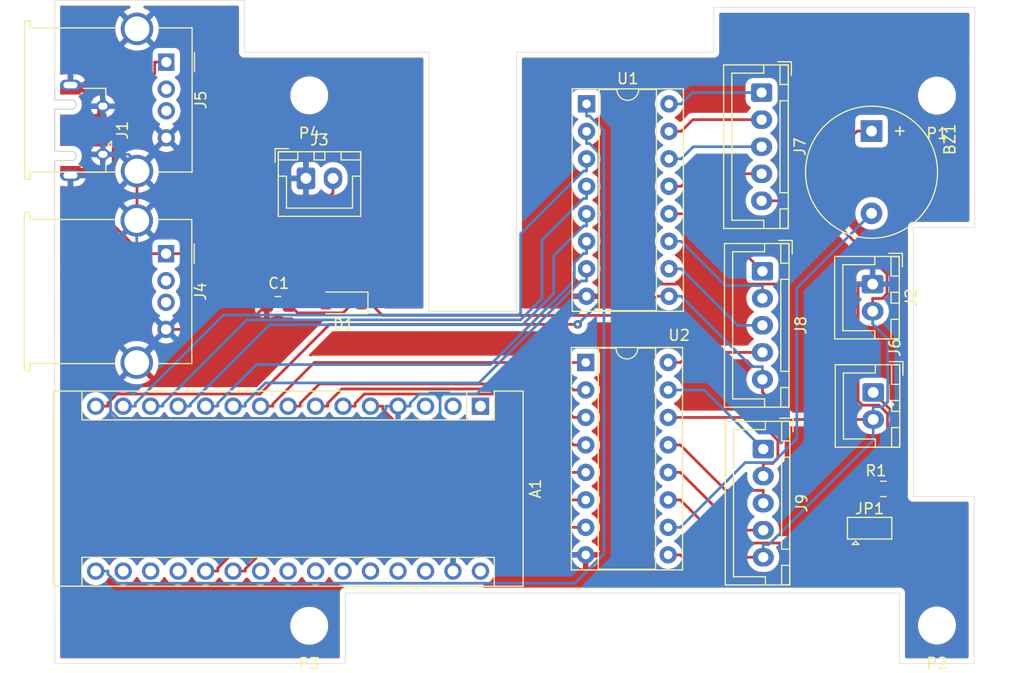
<source format=kicad_pcb>
(kicad_pcb (version 20200724) (host pcbnew "5.99.0-unknown-87ebd34~102~ubuntu20.04.1")
  (title_block (title "Mini Hematology Lab - Motor controller") (date "2021-08-25") (rev "V1"))
  (layers (0 "F.Cu" signal) (31 "B.Cu" signal) (34 "B.Paste" user) (35 "F.Paste" user) (36 "B.SilkS" user) (37 "F.SilkS" user) (38 "B.Mask" user) (39 "F.Mask" user) (44 "Edge.Cuts" user))
  (net 0 "")
  (net 1 "/D13")
  (net 2 "/D12")
  (net 3 "Net-(A1-Pad30)")
  (net 4 "/D11")
  (net 5 "GND")
  (net 6 "/D10")
  (net 7 "Net-(A1-Pad28)")
  (net 8 "/D9")
  (net 9 "Net-(A1-Pad27)")
  (net 10 "/D8")
  (net 11 "Net-(A1-Pad26)")
  (net 12 "/D7")
  (net 13 "Net-(A1-Pad25)")
  (net 14 "/D6")
  (net 15 "Net-(A1-Pad24)")
  (net 16 "/D5")
  (net 17 "Net-(A1-Pad23)")
  (net 18 "/D4")
  (net 19 "Net-(A1-Pad22)")
  (net 20 "/D3")
  (net 21 "/D15_A1")
  (net 22 "/D2")
  (net 23 "/D16_A2")
  (net 24 "Net-(A1-Pad19)")
  (net 25 "Net-(A1-Pad3)")
  (net 26 "Net-(A1-Pad18)")
  (net 27 "Net-(A1-Pad2)")
  (net 28 "Net-(A1-Pad17)")
  (net 29 "Net-(A1-Pad1)")
  (net 30 "/BEEP")
  (net 31 "+5V")
  (net 32 "Net-(D1-Pad2)")
  (net 33 "Net-(J1-Pad2)")
  (net 34 "Net-(J1-Pad3)")
  (net 35 "Net-(J1-Pad4)")
  (net 36 "Net-(J4-Pad3)")
  (net 37 "Net-(J4-Pad2)")
  (net 38 "Net-(J6-Pad1)")
  (net 39 "Net-(J7-Pad4)")
  (net 40 "Net-(J7-Pad3)")
  (net 41 "Net-(J7-Pad2)")
  (net 42 "Net-(J7-Pad1)")
  (net 43 "Net-(J8-Pad4)")
  (net 44 "Net-(J8-Pad3)")
  (net 45 "Net-(J8-Pad2)")
  (net 46 "Net-(J8-Pad1)")
  (net 47 "Net-(J9-Pad4)")
  (net 48 "Net-(J9-Pad3)")
  (net 49 "Net-(J9-Pad2)")
  (net 50 "Net-(J9-Pad1)")
  (net 51 "Net-(JP1-Pad2)")
  (net 52 "/LED")
  (net 53 "Net-(J5-Pad3)")
  (net 54 "Net-(J5-Pad2)")
  (module "Capacitor_SMD:C_0805_2012Metric_Pad1.15x1.40mm_HandSolder" (layer "F.Cu") (at 73.2282 61.3918 180)
    (fp_text reference "C1" (at -0.0762 1.9304) (layer "F.SilkS"))
    (fp_text value "10nF")
    (pad "1" smd roundrect (at -1.025 0 180) (size 1.15 1.4) (layers "F.Cu" "F.Paste" "F.Mask") (roundrect_rratio 0.2173913043478261) (net 31 "+5V"))
    (pad "2" smd roundrect (at 1.025 0 180) (size 1.15 1.4) (layers "F.Cu" "F.Paste" "F.Mask") (roundrect_rratio 0.2173913043478261) (net 5 "GND"))
  )
  (module "Connector_USB:USB_A_Molex_67643_Horizontal" (layer "F.Cu") (at 62.9158 39.0144 -90)
    (fp_text reference "J5" (at 3.5 -3.19 90) (layer "F.SilkS"))
    (fp_text value "USB_A")
    (pad "1" thru_hole rect (at 0 0 270) (size 1.6 1.5) (drill 0.95) (layers *.Cu *.Mask) (net 31 "+5V"))
    (pad "2" thru_hole circle (at 2.5 0 270) (size 1.6 1.6) (drill 0.95) (layers *.Cu *.Mask) (net 54 "Net-(J5-Pad2)"))
    (pad "3" thru_hole circle (at 4.5 0 270) (size 1.6 1.6) (drill 0.95) (layers *.Cu *.Mask) (net 53 "Net-(J5-Pad3)"))
    (pad "4" thru_hole circle (at 7 0 270) (size 1.6 1.6) (drill 0.95) (layers *.Cu *.Mask) (net 5 "GND"))
    (pad "5" thru_hole circle (at -3.07 2.71 270) (size 3 3) (drill 2.3) (layers *.Cu *.Mask) (net 5 "GND"))
    (pad "5" thru_hole circle (at 10.07 2.71 270) (size 3 3) (drill 2.3) (layers *.Cu *.Mask) (net 5 "GND"))
  )
  (module "Module:Arduino_Nano" (layer "F.Cu") (at 91.948 70.8152 -90)
    (fp_text reference "A1" (at 7.62 -5.08 90) (layer "F.SilkS"))
    (fp_text value "Arduino_Nano_v3.x")
    (pad "1" thru_hole rect (at 0 0 270) (size 1.6 1.6) (drill 1) (layers *.Cu *.Mask) (net 29 "Net-(A1-Pad1)"))
    (pad "2" thru_hole oval (at 0 2.54 270) (size 1.6 1.6) (drill 1) (layers *.Cu *.Mask) (net 27 "Net-(A1-Pad2)"))
    (pad "3" thru_hole oval (at 0 5.08 270) (size 1.6 1.6) (drill 1) (layers *.Cu *.Mask) (net 25 "Net-(A1-Pad3)"))
    (pad "4" thru_hole oval (at 0 7.62 270) (size 1.6 1.6) (drill 1) (layers *.Cu *.Mask) (net 5 "GND"))
    (pad "5" thru_hole oval (at 0 10.16 270) (size 1.6 1.6) (drill 1) (layers *.Cu *.Mask) (net 22 "/D2"))
    (pad "6" thru_hole oval (at 0 12.7 270) (size 1.6 1.6) (drill 1) (layers *.Cu *.Mask) (net 20 "/D3"))
    (pad "7" thru_hole oval (at 0 15.24 270) (size 1.6 1.6) (drill 1) (layers *.Cu *.Mask) (net 18 "/D4"))
    (pad "8" thru_hole oval (at 0 17.78 270) (size 1.6 1.6) (drill 1) (layers *.Cu *.Mask) (net 16 "/D5"))
    (pad "9" thru_hole oval (at 0 20.32 270) (size 1.6 1.6) (drill 1) (layers *.Cu *.Mask) (net 14 "/D6"))
    (pad "10" thru_hole oval (at 0 22.86 270) (size 1.6 1.6) (drill 1) (layers *.Cu *.Mask) (net 12 "/D7"))
    (pad "11" thru_hole oval (at 0 25.4 270) (size 1.6 1.6) (drill 1) (layers *.Cu *.Mask) (net 10 "/D8"))
    (pad "12" thru_hole oval (at 0 27.94 270) (size 1.6 1.6) (drill 1) (layers *.Cu *.Mask) (net 8 "/D9"))
    (pad "13" thru_hole oval (at 0 30.48 270) (size 1.6 1.6) (drill 1) (layers *.Cu *.Mask) (net 6 "/D10"))
    (pad "14" thru_hole oval (at 0 33.02 270) (size 1.6 1.6) (drill 1) (layers *.Cu *.Mask) (net 4 "/D11"))
    (pad "15" thru_hole oval (at 0 35.56 270) (size 1.6 1.6) (drill 1) (layers *.Cu *.Mask) (net 2 "/D12"))
    (pad "16" thru_hole oval (at 15.24 35.56 270) (size 1.6 1.6) (drill 1) (layers *.Cu *.Mask) (net 1 "/D13"))
    (pad "17" thru_hole oval (at 15.24 33.02 270) (size 1.6 1.6) (drill 1) (layers *.Cu *.Mask) (net 28 "Net-(A1-Pad17)"))
    (pad "18" thru_hole oval (at 15.24 30.48 270) (size 1.6 1.6) (drill 1) (layers *.Cu *.Mask) (net 26 "Net-(A1-Pad18)"))
    (pad "19" thru_hole oval (at 15.24 27.94 270) (size 1.6 1.6) (drill 1) (layers *.Cu *.Mask) (net 24 "Net-(A1-Pad19)"))
    (pad "20" thru_hole oval (at 15.24 25.4 270) (size 1.6 1.6) (drill 1) (layers *.Cu *.Mask) (net 21 "/D15_A1"))
    (pad "21" thru_hole oval (at 15.24 22.86 270) (size 1.6 1.6) (drill 1) (layers *.Cu *.Mask) (net 23 "/D16_A2"))
    (pad "22" thru_hole oval (at 15.24 20.32 270) (size 1.6 1.6) (drill 1) (layers *.Cu *.Mask) (net 19 "Net-(A1-Pad22)"))
    (pad "23" thru_hole oval (at 15.24 17.78 270) (size 1.6 1.6) (drill 1) (layers *.Cu *.Mask) (net 17 "Net-(A1-Pad23)"))
    (pad "24" thru_hole oval (at 15.24 15.24 270) (size 1.6 1.6) (drill 1) (layers *.Cu *.Mask) (net 15 "Net-(A1-Pad24)"))
    (pad "25" thru_hole oval (at 15.24 12.7 270) (size 1.6 1.6) (drill 1) (layers *.Cu *.Mask) (net 13 "Net-(A1-Pad25)"))
    (pad "26" thru_hole oval (at 15.24 10.16 270) (size 1.6 1.6) (drill 1) (layers *.Cu *.Mask) (net 11 "Net-(A1-Pad26)"))
    (pad "27" thru_hole oval (at 15.24 7.62 270) (size 1.6 1.6) (drill 1) (layers *.Cu *.Mask) (net 9 "Net-(A1-Pad27)"))
    (pad "28" thru_hole oval (at 15.24 5.08 270) (size 1.6 1.6) (drill 1) (layers *.Cu *.Mask) (net 7 "Net-(A1-Pad28)"))
    (pad "29" thru_hole oval (at 15.24 2.54 270) (size 1.6 1.6) (drill 1) (layers *.Cu *.Mask) (net 5 "GND"))
    (pad "30" thru_hole oval (at 15.24 0 270) (size 1.6 1.6) (drill 1) (layers *.Cu *.Mask) (net 3 "Net-(A1-Pad30)"))
  )
  (module "Package_DIP:DIP-16_W7.62mm_Socket" (layer "F.Cu") (at 101.676 66.7766)
    (fp_text reference "U2" (at 8.636 -2.5146) (layer "F.SilkS"))
    (fp_text value "ULN2003A")
    (pad "1" thru_hole rect (at 0 0) (size 1.6 1.6) (drill 0.8) (layers *.Cu *.Mask) (net 14 "/D6"))
    (pad "2" thru_hole oval (at 0 2.54) (size 1.6 1.6) (drill 0.8) (layers *.Cu *.Mask) (net 16 "/D5"))
    (pad "3" thru_hole oval (at 0 5.08) (size 1.6 1.6) (drill 0.8) (layers *.Cu *.Mask) (net 18 "/D4"))
    (pad "4" thru_hole oval (at 0 7.62) (size 1.6 1.6) (drill 0.8) (layers *.Cu *.Mask) (net 20 "/D3"))
    (pad "5" thru_hole oval (at 0 10.16) (size 1.6 1.6) (drill 0.8) (layers *.Cu *.Mask) (net 22 "/D2"))
    (pad "6" thru_hole oval (at 0 12.7) (size 1.6 1.6) (drill 0.8) (layers *.Cu *.Mask) (net 21 "/D15_A1"))
    (pad "7" thru_hole oval (at 0 15.24) (size 1.6 1.6) (drill 0.8) (layers *.Cu *.Mask) (net 23 "/D16_A2"))
    (pad "8" thru_hole oval (at 0 17.78) (size 1.6 1.6) (drill 0.8) (layers *.Cu *.Mask) (net 5 "GND"))
    (pad "9" thru_hole oval (at 7.62 17.78) (size 1.6 1.6) (drill 0.8) (layers *.Cu *.Mask) (net 31 "+5V"))
    (pad "10" thru_hole oval (at 7.62 15.24) (size 1.6 1.6) (drill 0.8) (layers *.Cu *.Mask) (net 30 "/BEEP"))
    (pad "11" thru_hole oval (at 7.62 12.7) (size 1.6 1.6) (drill 0.8) (layers *.Cu *.Mask) (net 52 "/LED"))
    (pad "12" thru_hole oval (at 7.62 10.16) (size 1.6 1.6) (drill 0.8) (layers *.Cu *.Mask) (net 47 "Net-(J9-Pad4)"))
    (pad "13" thru_hole oval (at 7.62 7.62) (size 1.6 1.6) (drill 0.8) (layers *.Cu *.Mask) (net 48 "Net-(J9-Pad3)"))
    (pad "14" thru_hole oval (at 7.62 5.08) (size 1.6 1.6) (drill 0.8) (layers *.Cu *.Mask) (net 49 "Net-(J9-Pad2)"))
    (pad "15" thru_hole oval (at 7.62 2.54) (size 1.6 1.6) (drill 0.8) (layers *.Cu *.Mask) (net 50 "Net-(J9-Pad1)"))
    (pad "16" thru_hole oval (at 7.62 0) (size 1.6 1.6) (drill 0.8) (layers *.Cu *.Mask) (net 43 "Net-(J8-Pad4)"))
  )
  (module "Connector_JST:JST_XH_B5B-XH-A_1x05_P2.50mm_Vertical" (layer "F.Cu") (at 118.085 74.7776 -90)
    (fp_text reference "J9" (at 5 -3.55 90) (layer "F.SilkS"))
    (fp_text value "Conn_01x05_Male")
    (pad "1" thru_hole roundrect (at 0 0 270) (size 1.7 1.95) (drill 0.95) (layers *.Cu *.Mask) (roundrect_rratio 0.1470588235294118) (net 50 "Net-(J9-Pad1)"))
    (pad "2" thru_hole oval (at 2.5 0 270) (size 1.7 1.95) (drill 0.95) (layers *.Cu *.Mask) (net 49 "Net-(J9-Pad2)"))
    (pad "3" thru_hole oval (at 5 0 270) (size 1.7 1.95) (drill 0.95) (layers *.Cu *.Mask) (net 48 "Net-(J9-Pad3)"))
    (pad "4" thru_hole oval (at 7.5 0 270) (size 1.7 1.95) (drill 0.95) (layers *.Cu *.Mask) (net 47 "Net-(J9-Pad4)"))
    (pad "5" thru_hole oval (at 10 0 270) (size 1.7 1.95) (drill 0.95) (layers *.Cu *.Mask) (net 31 "+5V"))
  )
  (module "Jumper:SolderJumper-3_P1.3mm_Open_Pad1.0x1.5mm" (layer "F.Cu") (at 127.914 82.0928)
    (fp_text reference "JP1" (at 0 -1.8) (layer "F.SilkS"))
    (fp_text value "SolderJumper_3_Open")
    (pad "1" smd rect (at -1.3 0) (size 1 1.5) (layers "F.Cu" "F.Mask") (net 5 "GND"))
    (pad "2" smd rect (at 0 0) (size 1 1.5) (layers "F.Cu" "F.Mask") (net 51 "Net-(JP1-Pad2)"))
    (pad "3" smd rect (at 1.3 0) (size 1 1.5) (layers "F.Cu" "F.Mask") (net 52 "/LED"))
  )
  (module "Connector_JST:JST_XH_B5B-XH-A_1x05_P2.50mm_Vertical" (layer "F.Cu") (at 117.932 41.8338 -90)
    (fp_text reference "J7" (at 5 -3.55 90) (layer "F.SilkS"))
    (fp_text value "Conn_01x05_Male")
    (pad "1" thru_hole roundrect (at 0 0 270) (size 1.7 1.95) (drill 0.95) (layers *.Cu *.Mask) (roundrect_rratio 0.1470588235294118) (net 42 "Net-(J7-Pad1)"))
    (pad "2" thru_hole oval (at 2.5 0 270) (size 1.7 1.95) (drill 0.95) (layers *.Cu *.Mask) (net 41 "Net-(J7-Pad2)"))
    (pad "3" thru_hole oval (at 5 0 270) (size 1.7 1.95) (drill 0.95) (layers *.Cu *.Mask) (net 40 "Net-(J7-Pad3)"))
    (pad "4" thru_hole oval (at 7.5 0 270) (size 1.7 1.95) (drill 0.95) (layers *.Cu *.Mask) (net 39 "Net-(J7-Pad4)"))
    (pad "5" thru_hole oval (at 10 0 270) (size 1.7 1.95) (drill 0.95) (layers *.Cu *.Mask) (net 31 "+5V"))
  )
  (module "MountingHole:MountingHole_2.5mm" (layer "F.Cu") (at 134.137 42.1132 180)
    (fp_text reference "P1" (at 0 -3.5) (layer "F.SilkS"))
    (fp_text value "MountingHole_2.5mm")
    (pad "1" np_thru_hole circle (at 0 0 180) (size 2.5 2.5) (drill 2.5) (layers *.Cu *.Mask))
  )
  (module "Connector_JST:JST_XH_B2B-XH-A_1x02_P2.50mm_Vertical" (layer "F.Cu") (at 128.245 69.5452 -90)
    (fp_text reference "J6" (at -4.1402 -2.0066 90) (layer "F.SilkS"))
    (fp_text value "Conn_01x02_Male")
    (pad "1" thru_hole roundrect (at 0 0 270) (size 1.7 2) (drill 1) (layers *.Cu *.Mask) (roundrect_rratio 0.1470588235294118) (net 38 "Net-(J6-Pad1)"))
    (pad "2" thru_hole oval (at 2.5 0 270) (size 1.7 2) (drill 1) (layers *.Cu *.Mask) (net 31 "+5V"))
  )
  (module "Connector_USB:USB_Micro-AB_Molex_47590-0001" (layer "F.Cu") (at 54.0512 45.3136 -90)
    (fp_text reference "J1" (at 0 -4.8 -90) (layer "F.SilkS"))
    (fp_text value "USB_B_Micro")
    (fp_line (start -2.8 -0.125) (end -2.8 1.45) (layer "Edge.Cuts") (width 0.1))
    (fp_line (start -3.75 1.45) (end -2.8 1.45) (layer "Edge.Cuts") (width 0.1))
    (fp_line (start 2.8 -0.125) (end 2.8 1.45) (layer "Edge.Cuts") (width 0.1))
    (fp_line (start -1.95 1.45) (end 1.95 1.45) (layer "Edge.Cuts") (width 0.1))
    (fp_line (start 1.95 -0.125) (end 1.95 1.45) (layer "Edge.Cuts") (width 0.1))
    (fp_line (start -1.95 -0.125) (end -1.95 1.45) (layer "Edge.Cuts") (width 0.1))
    (fp_line (start 2.8 1.45) (end 3.75 1.45) (layer "Edge.Cuts") (width 0.1))
    (fp_arc (start -2.375 -0.125) (end -2.8 -0.125) (angle 180) (layer "Edge.Cuts") (width 0.1))
    (fp_arc (start 2.375 -0.125) (end 1.95 -0.125) (angle 180) (layer "Edge.Cuts") (width 0.1))
    (pad "1" smd rect (at 1.3 -2.675 270) (size 0.4 1.35) (layers "F.Cu" "F.Paste" "F.Mask") (net 31 "+5V"))
    (pad "2" smd rect (at 0.65 -2.675 270) (size 0.4 1.35) (layers "F.Cu" "F.Paste" "F.Mask") (net 33 "Net-(J1-Pad2)"))
    (pad "3" smd rect (at 0 -2.675 270) (size 0.4 1.35) (layers "F.Cu" "F.Paste" "F.Mask") (net 34 "Net-(J1-Pad3)"))
    (pad "4" smd rect (at -0.65 -2.675 270) (size 0.4 1.35) (layers "F.Cu" "F.Paste" "F.Mask") (net 35 "Net-(J1-Pad4)"))
    (pad "5" smd rect (at -1.3 -2.675 270) (size 0.4 1.35) (layers "F.Cu" "F.Paste" "F.Mask") (net 5 "GND"))
    (pad "6" thru_hole oval (at 4.175 0 270) (size 1 1.9) (drill oval 0.6 1.3) (layers *.Cu *.Mask) (net 5 "GND"))
    (pad "6" thru_hole oval (at -4.175 0 270) (size 1 1.9) (drill oval 0.6 1.3) (layers *.Cu *.Mask) (net 5 "GND"))
    (pad "6" thru_hole oval (at -2.225 -3 270) (size 1.05 1.25) (drill oval 0.65 0.85) (layers *.Cu *.Mask) (net 5 "GND"))
    (pad "6" smd rect (at 0 0 270) (size 2.9 1.9) (layers "F.Cu" "F.Paste" "F.Mask") (net 5 "GND"))
    (pad "6" thru_hole oval (at 2.225 -3 270) (size 1.05 1.25) (drill oval 0.65 0.85) (layers *.Cu *.Mask) (net 5 "GND"))
    (pad "6" smd rect (at -3.7375 0 270) (size 0.875 1.9) (layers "F.Cu" "F.Mask") (net 5 "GND"))
    (pad "6" smd rect (at 3.7375 0 270) (size 0.875 1.9) (layers "F.Cu" "F.Mask") (net 5 "GND"))
  )
  (module "Resistor_SMD:R_0805_2012Metric_Pad1.15x1.40mm_HandSolder" (layer "F.Cu") (at 129.184 78.4606 180)
    (fp_text reference "R1" (at 0.6858 1.6764) (layer "F.SilkS"))
    (fp_text value "60R")
    (pad "1" smd roundrect (at -1.025 0 180) (size 1.15 1.4) (layers "F.Cu" "F.Paste" "F.Mask") (roundrect_rratio 0.2173913043478261) (net 38 "Net-(J6-Pad1)"))
    (pad "2" smd roundrect (at 1.025 0 180) (size 1.15 1.4) (layers "F.Cu" "F.Paste" "F.Mask") (roundrect_rratio 0.2173913043478261) (net 51 "Net-(JP1-Pad2)"))
  )
  (module "MountingHole:MountingHole_2.5mm" (layer "F.Cu") (at 76.1238 91.1098 180)
    (fp_text reference "P3" (at 0 -3.5) (layer "F.SilkS"))
    (fp_text value "MountingHole_2.5mm")
    (pad "1" np_thru_hole circle (at 0 0 180) (size 2.5 2.5) (drill 2.5) (layers *.Cu *.Mask))
  )
  (module "Connector_JST:JST_XH_B5B-XH-A_1x05_P2.50mm_Vertical" (layer "F.Cu") (at 118.008 58.3438 -90)
    (fp_text reference "J8" (at 5 -3.55 90) (layer "F.SilkS"))
    (fp_text value "Conn_01x05_Male")
    (pad "1" thru_hole roundrect (at 0 0 270) (size 1.7 1.95) (drill 0.95) (layers *.Cu *.Mask) (roundrect_rratio 0.1470588235294118) (net 46 "Net-(J8-Pad1)"))
    (pad "2" thru_hole oval (at 2.5 0 270) (size 1.7 1.95) (drill 0.95) (layers *.Cu *.Mask) (net 45 "Net-(J8-Pad2)"))
    (pad "3" thru_hole oval (at 5 0 270) (size 1.7 1.95) (drill 0.95) (layers *.Cu *.Mask) (net 44 "Net-(J8-Pad3)"))
    (pad "4" thru_hole oval (at 7.5 0 270) (size 1.7 1.95) (drill 0.95) (layers *.Cu *.Mask) (net 43 "Net-(J8-Pad4)"))
    (pad "5" thru_hole oval (at 10 0 270) (size 1.7 1.95) (drill 0.95) (layers *.Cu *.Mask) (net 31 "+5V"))
  )
  (module "MountingHole:MountingHole_2.5mm" (layer "F.Cu") (at 76.1238 42.0878 180)
    (fp_text reference "P4" (at 0 -3.5) (layer "F.SilkS"))
    (fp_text value "MountingHole_2.5mm")
    (pad "1" np_thru_hole circle (at 0 0 180) (size 2.5 2.5) (drill 2.5) (layers *.Cu *.Mask))
  )
  (module "Connector_USB:USB_A_Molex_67643_Horizontal" (layer "F.Cu") (at 62.8904 56.7182 -90)
    (fp_text reference "J4" (at 3.5 -3.19 90) (layer "F.SilkS"))
    (fp_text value "USB_A")
    (pad "1" thru_hole rect (at 0 0 270) (size 1.6 1.5) (drill 0.95) (layers *.Cu *.Mask) (net 31 "+5V"))
    (pad "2" thru_hole circle (at 2.5 0 270) (size 1.6 1.6) (drill 0.95) (layers *.Cu *.Mask) (net 37 "Net-(J4-Pad2)"))
    (pad "3" thru_hole circle (at 4.5 0 270) (size 1.6 1.6) (drill 0.95) (layers *.Cu *.Mask) (net 36 "Net-(J4-Pad3)"))
    (pad "4" thru_hole circle (at 7 0 270) (size 1.6 1.6) (drill 0.95) (layers *.Cu *.Mask) (net 5 "GND"))
    (pad "5" thru_hole circle (at -3.07 2.71 270) (size 3 3) (drill 2.3) (layers *.Cu *.Mask) (net 5 "GND"))
    (pad "5" thru_hole circle (at 10.07 2.71 270) (size 3 3) (drill 2.3) (layers *.Cu *.Mask) (net 5 "GND"))
  )
  (module "MountingHole:MountingHole_2.5mm" (layer "F.Cu") (at 134.137 91.0844 180)
    (fp_text reference "P2" (at 0 -3.5) (layer "F.SilkS"))
    (fp_text value "MountingHole_2.5mm")
    (pad "1" np_thru_hole circle (at 0 0 180) (size 2.5 2.5) (drill 2.5) (layers *.Cu *.Mask))
  )
  (module "Diode_SMD:D_SOD-123" (layer "F.Cu") (at 79.2988 61.2648 180)
    (fp_text reference "D1" (at 0 -2) (layer "F.SilkS"))
    (fp_text value "D_Schottky")
    (pad "1" smd rect (at -1.65 0 180) (size 0.9 1.2) (layers "F.Cu" "F.Paste" "F.Mask") (net 31 "+5V"))
    (pad "2" smd rect (at 1.65 0 180) (size 0.9 1.2) (layers "F.Cu" "F.Paste" "F.Mask") (net 32 "Net-(D1-Pad2)"))
  )
  (module "Package_DIP:DIP-16_W7.62mm_Socket" (layer "F.Cu") (at 101.752 42.8752)
    (fp_text reference "U1" (at 3.81 -2.33) (layer "F.SilkS"))
    (fp_text value "ULN2003A")
    (pad "1" thru_hole rect (at 0 0) (size 1.6 1.6) (drill 0.8) (layers *.Cu *.Mask) (net 1 "/D13"))
    (pad "2" thru_hole oval (at 0 2.54) (size 1.6 1.6) (drill 0.8) (layers *.Cu *.Mask) (net 2 "/D12"))
    (pad "3" thru_hole oval (at 0 5.08) (size 1.6 1.6) (drill 0.8) (layers *.Cu *.Mask) (net 4 "/D11"))
    (pad "4" thru_hole oval (at 0 7.62) (size 1.6 1.6) (drill 0.8) (layers *.Cu *.Mask) (net 6 "/D10"))
    (pad "5" thru_hole oval (at 0 10.16) (size 1.6 1.6) (drill 0.8) (layers *.Cu *.Mask) (net 8 "/D9"))
    (pad "6" thru_hole oval (at 0 12.7) (size 1.6 1.6) (drill 0.8) (layers *.Cu *.Mask) (net 10 "/D8"))
    (pad "7" thru_hole oval (at 0 15.24) (size 1.6 1.6) (drill 0.8) (layers *.Cu *.Mask) (net 12 "/D7"))
    (pad "8" thru_hole oval (at 0 17.78) (size 1.6 1.6) (drill 0.8) (layers *.Cu *.Mask) (net 5 "GND"))
    (pad "9" thru_hole oval (at 7.62 17.78) (size 1.6 1.6) (drill 0.8) (layers *.Cu *.Mask) (net 31 "+5V"))
    (pad "10" thru_hole oval (at 7.62 15.24) (size 1.6 1.6) (drill 0.8) (layers *.Cu *.Mask) (net 44 "Net-(J8-Pad3)"))
    (pad "11" thru_hole oval (at 7.62 12.7) (size 1.6 1.6) (drill 0.8) (layers *.Cu *.Mask) (net 45 "Net-(J8-Pad2)"))
    (pad "12" thru_hole oval (at 7.62 10.16) (size 1.6 1.6) (drill 0.8) (layers *.Cu *.Mask) (net 46 "Net-(J8-Pad1)"))
    (pad "13" thru_hole oval (at 7.62 7.62) (size 1.6 1.6) (drill 0.8) (layers *.Cu *.Mask) (net 39 "Net-(J7-Pad4)"))
    (pad "14" thru_hole oval (at 7.62 5.08) (size 1.6 1.6) (drill 0.8) (layers *.Cu *.Mask) (net 40 "Net-(J7-Pad3)"))
    (pad "15" thru_hole oval (at 7.62 2.54) (size 1.6 1.6) (drill 0.8) (layers *.Cu *.Mask) (net 41 "Net-(J7-Pad2)"))
    (pad "16" thru_hole oval (at 7.62 0) (size 1.6 1.6) (drill 0.8) (layers *.Cu *.Mask) (net 42 "Net-(J7-Pad1)"))
  )
  (module "Connector_JST:JST_XH_B2B-XH-A_1x02_P2.50mm_Vertical" (layer "F.Cu") (at 75.819 49.7586)
    (fp_text reference "J3" (at 1.25 -3.55) (layer "F.SilkS"))
    (fp_text value "Conn_01x02_Male")
    (pad "1" thru_hole roundrect (at 0 0) (size 1.7 2) (drill 1) (layers *.Cu *.Mask) (roundrect_rratio 0.1470588235294118) (net 5 "GND"))
    (pad "2" thru_hole oval (at 2.5 0) (size 1.7 2) (drill 1) (layers *.Cu *.Mask) (net 32 "Net-(D1-Pad2)"))
  )
  (module "Connector_JST:JST_XH_B2B-XH-A_1x02_P2.50mm_Vertical" (layer "F.Cu") (at 128.194 59.5376 -90)
    (fp_text reference "J2" (at 1.25 -3.55 90) (layer "F.SilkS"))
    (fp_text value "Conn_01x02_Male")
    (pad "1" thru_hole roundrect (at 0 0 270) (size 1.7 2) (drill 1) (layers *.Cu *.Mask) (roundrect_rratio 0.1470588235294118) (net 5 "GND"))
    (pad "2" thru_hole oval (at 2.5 0 270) (size 1.7 2) (drill 1) (layers *.Cu *.Mask) (net 31 "+5V"))
  )
  (module "Buzzer_Beeper:Buzzer_12x9.5RM7.6" (layer "F.Cu") (at 128.092 45.3898 -90)
    (fp_text reference "BZ1" (at 0.762 -7.239 90) (layer "F.SilkS"))
    (fp_text value "Buzzer")
    (fp_text user "+" (at -0.01 -2.54 90) (layer "F.SilkS"))
    (pad "1" thru_hole rect (at 0 0 270) (size 2 2) (drill 1) (layers *.Cu *.Mask) (net 31 "+5V"))
    (pad "2" thru_hole circle (at 7.6 0 270) (size 2 2) (drill 1) (layers *.Cu *.Mask) (net 30 "/BEEP"))
  )
  (gr_line (start 95.2754 38.1) (end 95.2754 62.0522) (layer "Edge.Cuts") (width 0.05))
  (gr_line (start 52.6034 33.9852) (end 52.6034 33.2994) (layer "Edge.Cuts") (width 0.05))
  (gr_line (start 87.1728 62.0522) (end 87.1728 38.1) (layer "Edge.Cuts") (width 0.05))
  (gr_line (start 131.953 79.1464) (end 137.5156 79.1464) (layer "Edge.Cuts") (width 0.05))
  (gr_line (start 52.6034 94.615) (end 52.6012 49.0636) (layer "Edge.Cuts") (width 0.05))
  (gr_line (start 137.5664 79.1464) (end 137.5664 94.615) (layer "Edge.Cuts") (width 0.05))
  (gr_line (start 130.683 88.0872) (end 79.4512 88.0872) (layer "Edge.Cuts") (width 0.05))
  (gr_line (start 137.5664 94.615) (end 130.683 94.615) (layer "Edge.Cuts") (width 0.05))
  (gr_line (start 113.5126 33.9598) (end 137.6426 33.9598) (layer "Edge.Cuts") (width 0.05))
  (gr_line (start 87.1728 62.0522) (end 95.2754 62.0522) (layer "Edge.Cuts") (width 0.05))
  (gr_line (start 87.1728 38.1) (end 70.1294 38.1) (layer "Edge.Cuts") (width 0.05))
  (gr_line (start 137.6426 38.5318) (end 137.6426 54.2798) (layer "Edge.Cuts") (width 0.05))
  (gr_line (start 132.0038 54.2798) (end 131.953 54.2798) (layer "Edge.Cuts") (width 0.05))
  (gr_line (start 52.6034 38.5318) (end 52.6034 33.9852) (layer "Edge.Cuts") (width 0.05))
  (gr_line (start 113.5126 38.1) (end 113.5126 33.9598) (layer "Edge.Cuts") (width 0.05))
  (gr_line (start 70.1294 33.2994) (end 52.6034 33.2994) (layer "Edge.Cuts") (width 0.05))
  (gr_line (start 52.6034 38.6588) (end 52.6012 41.5636) (layer "Edge.Cuts") (width 0.05))
  (gr_line (start 137.6426 54.2798) (end 132.0038 54.2798) (layer "Edge.Cuts") (width 0.05))
  (gr_line (start 79.4512 88.0872) (end 79.4512 94.615) (layer "Edge.Cuts") (width 0.05))
  (gr_line (start 137.5156 79.1464) (end 137.5664 79.1464) (layer "Edge.Cuts") (width 0.05))
  (gr_line (start 70.1294 38.1) (end 70.1294 33.2994) (layer "Edge.Cuts") (width 0.05))
  (gr_line (start 131.953 54.2798) (end 131.953 79.1464) (layer "Edge.Cuts") (width 0.05))
  (gr_line (start 79.4512 94.615) (end 52.6034 94.615) (layer "Edge.Cuts") (width 0.05))
  (gr_line (start 137.6426 33.9598) (end 137.6426 38.5318) (layer "Edge.Cuts") (width 0.05))
  (gr_line (start 52.6034 38.6588) (end 52.6034 38.5318) (layer "Edge.Cuts") (width 0.05))
  (gr_line (start 130.683 94.615) (end 130.683 88.0872) (layer "Edge.Cuts") (width 0.05))
  (gr_line (start 95.2754 38.1) (end 113.5126 38.1) (layer "Edge.Cuts") (width 0.05))
  (segment (start 58.3572 87.1805) (end 57.5133 86.3366) (width 0.25) (layer "B.Cu") (net 1))
  (segment (start 56.388 86.0552) (end 57.5133 86.0552) (width 0.25) (layer "B.Cu") (net 1))
  (segment (start 100.6517 87.1805) (end 58.3572 87.1805) (width 0.25) (layer "B.Cu") (net 1))
  (segment (start 101.752 42.8752) (end 101.752 44.0005) (width 0.25) (layer "B.Cu") (net 1))
  (segment (start 103.3561 45.3233) (end 103.3561 84.4761) (width 0.25) (layer "B.Cu") (net 1))
  (segment (start 103.3561 84.4761) (end 100.6517 87.1805) (width 0.25) (layer "B.Cu") (net 1))
  (segment (start 101.752 44.0005) (end 102.0333 44.0005) (width 0.25) (layer "B.Cu") (net 1))
  (segment (start 102.0333 44.0005) (end 103.3561 45.3233) (width 0.25) (layer "B.Cu") (net 1))
  (segment (start 57.5133 86.3366) (end 57.5133 86.0552) (width 0.25) (layer "B.Cu") (net 1))
  (segment (start 71.5683 69.6899) (end 58.3572 69.6899) (width 0.25) (layer "F.Cu") (net 2))
  (segment (start 58.3572 69.6899) (end 57.5133 70.5338) (width 0.25) (layer "F.Cu") (net 2))
  (segment (start 57.5133 70.5338) (end 57.5133 70.8152) (width 0.25) (layer "F.Cu") (net 2))
  (segment (start 56.388 70.8152) (end 57.5133 70.8152) (width 0.25) (layer "F.Cu") (net 2))
  (segment (start 100.935 63.2538) (end 78.0044 63.2538) (width 0.25) (layer "F.Cu") (net 2))
  (segment (start 78.0044 63.2538) (end 71.5683 69.6899) (width 0.25) (layer "F.Cu") (net 2))
  (via (at 100.935 63.2538) (size 0.8) (layers "F.Cu" "B.Cu") (net 2))
  (segment (start 102.8983 61.2905) (end 100.935 63.2538) (width 0.25) (layer "B.Cu") (net 2))
  (segment (start 102.8983 47.4055) (end 102.8983 61.2905) (width 0.25) (layer "B.Cu") (net 2))
  (segment (start 102.0333 46.5405) (end 102.8983 47.4055) (width 0.25) (layer "B.Cu") (net 2))
  (segment (start 101.752 45.4152) (end 101.752 46.5405) (width 0.25) (layer "B.Cu") (net 2))
  (segment (start 101.752 46.5405) (end 102.0333 46.5405) (width 0.25) (layer "B.Cu") (net 2))
  (segment (start 101.4707 49.0805) (end 95.6651 54.8861) (width 0.25) (layer "B.Cu") (net 4))
  (segment (start 60.0533 70.5339) (end 60.0533 70.8152) (width 0.25) (layer "B.Cu") (net 4))
  (segment (start 68.1996 62.3876) (end 60.0533 70.5339) (width 0.25) (layer "B.Cu") (net 4))
  (segment (start 101.752 49.0805) (end 101.4707 49.0805) (width 0.25) (layer "B.Cu") (net 4))
  (segment (start 101.752 47.9552) (end 101.752 49.0805) (width 0.25) (layer "B.Cu") (net 4))
  (segment (start 95.4653 62.3876) (end 68.1996 62.3876) (width 0.25) (layer "B.Cu") (net 4))
  (segment (start 95.6651 62.1878) (end 95.4653 62.3876) (width 0.25) (layer "B.Cu") (net 4))
  (segment (start 95.6651 54.8861) (end 95.6651 62.1878) (width 0.25) (layer "B.Cu") (net 4))
  (segment (start 58.928 70.8152) (end 60.0533 70.8152) (width 0.25) (layer "B.Cu") (net 4))
  (segment (start 129.5704 74.4434) (end 126.614 77.3998) (width 0.25) (layer "F.Cu") (net 5))
  (segment (start 56.8009 43.9389) (end 56.7262 44.0136) (width 0.25) (layer "F.Cu") (net 5))
  (segment (start 60.2058 36.0592) (end 60.2058 35.9444) (width 0.25) (layer "F.Cu") (net 5))
  (segment (start 54.0512 49.0511) (end 55.3265 49.0511) (width 0.25) (layer "F.Cu") (net 5))
  (segment (start 60.1804 53.6482) (end 60.2058 53.6228) (width 0.25) (layer "F.Cu") (net 5))
  (segment (start 102.8773 60.6552) (end 104.0026 59.5299) (width 0.25) (layer "F.Cu") (net 5))
  (segment (start 55.3208 45.3136) (end 55.3208 44.4187) (width 0.25) (layer "F.Cu") (net 5))
  (segment (start 54.0512 49.0511) (end 54.0512 49.4886) (width 0.25) (layer "F.Cu") (net 5))
  (segment (start 126.614 77.3998) (end 126.614 82.0928) (width 0.25) (layer "F.Cu") (net 5))
  (segment (start 126.8425 59.5299) (end 126.8502 59.5376) (width 0.25) (layer "F.Cu") (net 5))
  (segment (start 129.5704 71.5075) (end 129.5704 74.4434) (width 0.25) (layer "F.Cu") (net 5))
  (segment (start 126.8502 59.5376) (end 128.194 59.5376) (width 0.25) (layer "F.Cu") (net 5))
  (segment (start 128.7845 70.7216) (end 129.5704 71.5075) (width 0.25) (layer "F.Cu") (net 5))
  (segment (start 57.0512 43.9389) (end 56.8009 43.9389) (width 0.25) (layer "F.Cu") (net 5))
  (segment (start 69.8768 63.7182) (end 72.2032 61.3918) (width 0.25) (layer "F.Cu") (net 5))
  (segment (start 104.0026 59.5299) (end 126.8425 59.5299) (width 0.25) (layer "F.Cu") (net 5))
  (segment (start 127.2393 70.7216) (end 128.7845 70.7216) (width 0.25) (layer "F.Cu") (net 5))
  (segment (start 60.2058 53.6228) (end 60.2058 49.0844) (width 0.25) (layer "F.Cu") (net 5))
  (segment (start 126.8502 70.3325) (end 127.2393 70.7216) (width 0.25) (layer "F.Cu") (net 5))
  (segment (start 126.8502 59.5376) (end 126.8502 70.3325) (width 0.25) (layer "F.Cu") (net 5))
  (segment (start 55.539 40.726) (end 60.2058 36.0592) (width 0.25) (layer "F.Cu") (net 5))
  (segment (start 54.6889 41.5761) (end 55.539 40.726) (width 0.25) (layer "F.Cu") (net 5))
  (segment (start 56.1009 47.5386) (end 55.3208 46.7585) (width 0.25) (layer "F.Cu") (net 5))
  (segment (start 55.539 40.726) (end 57.0512 42.2383) (width 0.25) (layer "F.Cu") (net 5))
  (segment (start 55.3208 44.4187) (end 55.7259 44.0136) (width 0.25) (layer "F.Cu") (net 5))
  (segment (start 54.0512 41.5761) (end 54.0512 41.1386) (width 0.25) (layer "F.Cu") (net 5))
  (segment (start 57.0512 47.5386) (end 56.1009 47.5386) (width 0.25) (layer "F.Cu") (net 5))
  (segment (start 101.752 60.6552) (end 102.8773 60.6552) (width 0.25) (layer "F.Cu") (net 5))
  (segment (start 55.3208 46.7585) (end 55.3208 45.3136) (width 0.25) (layer "F.Cu") (net 5))
  (segment (start 56.7262 44.0136) (end 55.7259 44.0136) (width 0.25) (layer "F.Cu") (net 5))
  (segment (start 54.0512 41.5761) (end 54.6889 41.5761) (width 0.25) (layer "F.Cu") (net 5))
  (segment (start 55.3208 45.3136) (end 54.0512 45.3136) (width 0.25) (layer "F.Cu") (net 5))
  (segment (start 55.3265 48.313) (end 56.1009 47.5386) (width 0.25) (layer "F.Cu") (net 5))
  (segment (start 55.3265 49.0511) (end 55.3265 48.313) (width 0.25) (layer "F.Cu") (net 5))
  (segment (start 57.0512 43.0886) (end 57.0512 42.2383) (width 0.25) (layer "F.Cu") (net 5))
  (segment (start 62.8904 63.7182) (end 69.8768 63.7182) (width 0.25) (layer "F.Cu") (net 5))
  (segment (start 57.0512 43.0886) (end 57.0512 43.9389) (width 0.25) (layer "F.Cu") (net 5))
  (segment (start 100.6267 60.6552) (end 91.592 69.6899) (width 0.25) (layer "B.Cu") (net 5))
  (segment (start 88.2174 69.6899) (end 88.2174 83.366) (width 0.25) (layer "B.Cu") (net 5))
  (segment (start 89.408 86.0552) (end 89.408 84.9299) (width 0.25) (layer "B.Cu") (net 5))
  (segment (start 60.1804 66.7882) (end 57.7568 69.2118) (width 0.25) (layer "B.Cu") (net 5))
  (segment (start 86.2972 69.6899) (end 85.4533 70.5338) (width 0.25) (layer "B.Cu") (net 5))
  (segment (start 66.66 49.7586) (end 62.9158 46.0144) (width 0.25) (layer "B.Cu") (net 5))
  (segment (start 60.6187 48.3115) (end 62.9158 46.0144) (width 0.25) (layer "B.Cu") (net 5))
  (segment (start 83.2027 71.0966) (end 83.2027 70.8152) (width 0.25) (layer "B.Cu") (net 5))
  (segment (start 84.328 70.8152) (end 85.4533 70.8152) (width 0.25) (layer "B.Cu") (net 5))
  (segment (start 60.1804 61.0082) (end 60.1804 53.6482) (width 0.25) (layer "B.Cu") (net 5))
  (segment (start 60.1804 66.4282) (end 60.1804 66.7882) (width 0.25) (layer "B.Cu") (net 5))
  (segment (start 101.676 84.5566) (end 100.5507 84.5566) (width 0.25) (layer "B.Cu") (net 5))
  (segment (start 85.4533 70.5338) (end 85.4533 70.8152) (width 0.25) (layer "B.Cu") (net 5))
  (segment (start 100.5507 84.5566) (end 89.408 84.5566) (width 0.25) (layer "B.Cu") (net 5))
  (segment (start 62.8904 63.7182) (end 60.1804 61.0082) (width 0.25) (layer "B.Cu") (net 5))
  (segment (start 58.4482 71.9405) (end 82.3588 71.9405) (width 0.25) (layer "B.Cu") (net 5))
  (segment (start 88.2174 69.6899) (end 86.2972 69.6899) (width 0.25) (layer "B.Cu") (net 5))
  (segment (start 89.408 84.5566) (end 89.408 84.9299) (width 0.25) (layer "B.Cu") (net 5))
  (segment (start 82.3588 71.9405) (end 83.2027 71.0966) (width 0.25) (layer "B.Cu") (net 5))
  (segment (start 60.2058 48.3115) (end 60.2058 49.0844) (width 0.25) (layer "B.Cu") (net 5))
  (segment (start 91.592 69.6899) (end 88.2174 69.6899) (width 0.25) (layer "B.Cu") (net 5))
  (segment (start 59.4329 47.5386) (end 60.2058 48.3115) (width 0.25) (layer "B.Cu") (net 5))
  (segment (start 62.8904 63.7182) (end 60.1804 66.4282) (width 0.25) (layer "B.Cu") (net 5))
  (segment (start 75.819 49.7586) (end 66.66 49.7586) (width 0.25) (layer "B.Cu") (net 5))
  (segment (start 101.752 60.6552) (end 100.6267 60.6552) (width 0.25) (layer "B.Cu") (net 5))
  (segment (start 84.328 70.8152) (end 83.2027 70.8152) (width 0.25) (layer "B.Cu") (net 5))
  (segment (start 57.7568 71.2491) (end 58.4482 71.9405) (width 0.25) (layer "B.Cu") (net 5))
  (segment (start 57.7568 69.2118) (end 57.7568 71.2491) (width 0.25) (layer "B.Cu") (net 5))
  (segment (start 57.0512 47.5386) (end 59.4329 47.5386) (width 0.25) (layer "B.Cu") (net 5))
  (segment (start 88.2174 83.366) (end 89.408 84.5566) (width 0.25) (layer "B.Cu") (net 5))
  (segment (start 60.2058 48.3115) (end 60.6187 48.3115) (width 0.25) (layer "B.Cu") (net 5))
  (segment (start 62.5933 70.8152) (end 62.5933 70.6107) (width 0.25) (layer "B.Cu") (net 6))
  (segment (start 97.632 55.4591) (end 101.4706 51.6205) (width 0.25) (layer "B.Cu") (net 6))
  (segment (start 95.6518 62.838) (end 97.632 60.8578) (width 0.25) (layer "B.Cu") (net 6))
  (segment (start 101.752 50.4952) (end 101.752 51.6205) (width 0.25) (layer "B.Cu") (net 6))
  (segment (start 62.5933 70.6107) (end 70.366 62.838) (width 0.25) (layer "B.Cu") (net 6))
  (segment (start 61.468 70.8152) (end 62.5933 70.8152) (width 0.25) (layer "B.Cu") (net 6))
  (segment (start 101.4706 51.6205) (end 101.752 51.6205) (width 0.25) (layer "B.Cu") (net 6))
  (segment (start 97.632 60.8578) (end 97.632 55.4591) (width 0.25) (layer "B.Cu") (net 6))
  (segment (start 70.366 62.838) (end 95.6518 62.838) (width 0.25) (layer "B.Cu") (net 6))
  (segment (start 95.8383 63.2884) (end 72.4556 63.2884) (width 0.25) (layer "B.Cu") (net 8))
  (segment (start 98.7211 56.9101) (end 98.7211 60.4056) (width 0.25) (layer "B.Cu") (net 8))
  (segment (start 65.1333 70.6107) (end 65.1333 70.8152) (width 0.25) (layer "B.Cu") (net 8))
  (segment (start 101.752 54.1605) (end 101.4707 54.1605) (width 0.25) (layer "B.Cu") (net 8))
  (segment (start 101.4707 54.1605) (end 98.7211 56.9101) (width 0.25) (layer "B.Cu") (net 8))
  (segment (start 98.7211 60.4056) (end 95.8383 63.2884) (width 0.25) (layer "B.Cu") (net 8))
  (segment (start 72.4556 63.2884) (end 65.1333 70.6107) (width 0.25) (layer "B.Cu") (net 8))
  (segment (start 64.008 70.8152) (end 65.1333 70.8152) (width 0.25) (layer "B.Cu") (net 8))
  (segment (start 101.752 53.0352) (end 101.752 54.1605) (width 0.25) (layer "B.Cu") (net 8))
  (segment (start 101.752 55.5752) (end 101.752 56.7005) (width 0.25) (layer "B.Cu") (net 10))
  (segment (start 67.6733 70.5339) (end 67.6733 70.8152) (width 0.25) (layer "B.Cu") (net 10))
  (segment (start 100.6267 57.5444) (end 100.6267 59.2106) (width 0.25) (layer "B.Cu") (net 10))
  (segment (start 66.548 70.8152) (end 67.6733 70.8152) (width 0.25) (layer "B.Cu") (net 10))
  (segment (start 101.752 56.7005) (end 101.4706 56.7005) (width 0.25) (layer "B.Cu") (net 10))
  (segment (start 92.8683 66.969) (end 71.2382 66.969) (width 0.25) (layer "B.Cu") (net 10))
  (segment (start 101.4706 56.7005) (end 100.6267 57.5444) (width 0.25) (layer "B.Cu") (net 10))
  (segment (start 100.6267 59.2106) (end 92.8683 66.969) (width 0.25) (layer "B.Cu") (net 10))
  (segment (start 71.2382 66.969) (end 67.6733 70.5339) (width 0.25) (layer "B.Cu") (net 10))
  (segment (start 101.752 58.1152) (end 101.752 59.2405) (width 0.25) (layer "B.Cu") (net 12))
  (segment (start 91.8096 68.6646) (end 72.0826 68.6646) (width 0.25) (layer "B.Cu") (net 12))
  (segment (start 101.752 59.2405) (end 101.2337 59.2405) (width 0.25) (layer "B.Cu") (net 12))
  (segment (start 70.2133 70.5339) (end 70.2133 70.8152) (width 0.25) (layer "B.Cu") (net 12))
  (segment (start 69.088 70.8152) (end 70.2133 70.8152) (width 0.25) (layer "B.Cu") (net 12))
  (segment (start 101.2337 59.2405) (end 91.8096 68.6646) (width 0.25) (layer "B.Cu") (net 12))
  (segment (start 72.0826 68.6646) (end 70.2133 70.5339) (width 0.25) (layer "B.Cu") (net 12))
  (segment (start 72.7533 70.6107) (end 76.5874 66.7766) (width 0.25) (layer "F.Cu") (net 14))
  (segment (start 71.628 70.8152) (end 72.7533 70.8152) (width 0.25) (layer "F.Cu") (net 14))
  (segment (start 76.5874 66.7766) (end 101.676 66.7766) (width 0.25) (layer "F.Cu") (net 14))
  (segment (start 72.7533 70.8152) (end 72.7533 70.6107) (width 0.25) (layer "F.Cu") (net 14))
  (segment (start 100.5507 69.3166) (end 99.9982 68.7641) (width 0.25) (layer "F.Cu") (net 16))
  (segment (start 77.0631 68.7641) (end 75.2933 70.5339) (width 0.25) (layer "F.Cu") (net 16))
  (segment (start 101.676 69.3166) (end 100.5507 69.3166) (width 0.25) (layer "F.Cu") (net 16))
  (segment (start 75.2933 70.5339) (end 75.2933 70.8152) (width 0.25) (layer "F.Cu") (net 16))
  (segment (start 99.9982 68.7641) (end 77.0631 68.7641) (width 0.25) (layer "F.Cu") (net 16))
  (segment (start 74.168 70.8152) (end 75.2933 70.8152) (width 0.25) (layer "F.Cu") (net 16))
  (segment (start 100.5507 71.8566) (end 97.9126 69.2185) (width 0.25) (layer "F.Cu") (net 18))
  (segment (start 77.8333 70.5339) (end 77.8333 70.8152) (width 0.25) (layer "F.Cu") (net 18))
  (segment (start 76.708 70.8152) (end 77.8333 70.8152) (width 0.25) (layer "F.Cu") (net 18))
  (segment (start 79.1487 69.2185) (end 77.8333 70.5339) (width 0.25) (layer "F.Cu") (net 18))
  (segment (start 101.676 71.8566) (end 100.5507 71.8566) (width 0.25) (layer "F.Cu") (net 18))
  (segment (start 97.9126 69.2185) (end 79.1487 69.2185) (width 0.25) (layer "F.Cu") (net 18))
  (segment (start 101.676 74.3966) (end 100.5507 74.3966) (width 0.25) (layer "F.Cu") (net 20))
  (segment (start 81.2172 69.6899) (end 80.3733 70.5338) (width 0.25) (layer "F.Cu") (net 20))
  (segment (start 95.844 69.6899) (end 81.2172 69.6899) (width 0.25) (layer "F.Cu") (net 20))
  (segment (start 79.248 70.8152) (end 80.3733 70.8152) (width 0.25) (layer "F.Cu") (net 20))
  (segment (start 80.3733 70.5338) (end 80.3733 70.8152) (width 0.25) (layer "F.Cu") (net 20))
  (segment (start 100.5507 74.3966) (end 95.844 69.6899) (width 0.25) (layer "F.Cu") (net 20))
  (segment (start 73.9706 79.4766) (end 67.6733 85.7739) (width 0.25) (layer "F.Cu") (net 21))
  (segment (start 101.676 79.4766) (end 73.9706 79.4766) (width 0.25) (layer "F.Cu") (net 21))
  (segment (start 66.548 86.0552) (end 67.6733 86.0552) (width 0.25) (layer "F.Cu") (net 21))
  (segment (start 67.6733 85.7739) (end 67.6733 86.0552) (width 0.25) (layer "F.Cu") (net 21))
  (segment (start 101.676 76.9366) (end 88.7534 76.9366) (width 0.25) (layer "F.Cu") (net 22))
  (segment (start 81.788 70.8152) (end 82.9133 70.8152) (width 0.25) (layer "F.Cu") (net 22))
  (segment (start 88.7534 76.9366) (end 82.9133 71.0965) (width 0.25) (layer "F.Cu") (net 22))
  (segment (start 82.9133 71.0965) (end 82.9133 70.8152) (width 0.25) (layer "F.Cu") (net 22))
  (segment (start 70.2133 86.0552) (end 70.2133 85.8507) (width 0.25) (layer "F.Cu") (net 23))
  (segment (start 74.0474 82.0166) (end 101.676 82.0166) (width 0.25) (layer "F.Cu") (net 23))
  (segment (start 69.088 86.0552) (end 70.2133 86.0552) (width 0.25) (layer "F.Cu") (net 23))
  (segment (start 70.2133 85.8507) (end 74.0474 82.0166) (width 0.25) (layer "F.Cu") (net 23))
  (segment (start 109.296 82.0166) (end 110.4213 82.0166) (width 0.25) (layer "B.Cu") (net 30))
  (segment (start 118.9827 76.0281) (end 116.4098 76.0281) (width 0.25) (layer "B.Cu") (net 30))
  (segment (start 128.092 52.9898) (end 121.1852 59.8966) (width 0.25) (layer "B.Cu") (net 30))
  (segment (start 121.1852 59.8966) (end 121.1852 73.8256) (width 0.25) (layer "B.Cu") (net 30))
  (segment (start 116.4098 76.0281) (end 110.4213 82.0166) (width 0.25) (layer "B.Cu") (net 30))
  (segment (start 121.1852 73.8256) (end 118.9827 76.0281) (width 0.25) (layer "B.Cu") (net 30))
  (segment (start 80.5612 61.2648) (end 80.9488 61.2648) (width 0.25) (layer "F.Cu") (net 31))
  (segment (start 126.7667 45.3898) (end 121.9698 50.1867) (width 0.25) (layer "F.Cu") (net 31))
  (segment (start 56.7262 46.6136) (end 57.7265 46.6136) (width 0.25) (layer "F.Cu") (net 31))
  (segment (start 121.9698 50.1867) (end 121.9698 51.0588) (width 0.25) (layer "F.Cu") (net 31))
  (segment (start 129.5252 58.6142) (end 129.5252 60.4126) (width 0.25) (layer "F.Cu") (net 31))
  (segment (start 82.8853 62.426) (end 106.4759 62.426) (width 0.25) (layer "F.Cu") (net 31))
  (segment (start 128.194 62.0376) (end 128.194 60.8623) (width 0.25) (layer "F.Cu") (net 31))
  (segment (start 57.7265 44.2037) (end 61.8405 40.0897) (width 0.25) (layer "F.Cu") (net 31))
  (segment (start 81.7241 61.2648) (end 82.8853 62.426) (width 0.25) (layer "F.Cu") (net 31))
  (segment (start 109.296 84.5566) (end 110.4213 84.5566) (width 0.25) (layer "F.Cu") (net 31))
  (segment (start 74.2532 61.3918) (end 69.5796 56.7182) (width 0.25) (layer "F.Cu") (net 31))
  (segment (start 80.9488 61.2648) (end 81.7241 61.2648) (width 0.25) (layer "F.Cu") (net 31))
  (segment (start 62.8904 56.7182) (end 60.6683 56.7182) (width 0.25) (layer "F.Cu") (net 31))
  (segment (start 118.008 68.3438) (end 118.008 69.5191) (width 0.25) (layer "F.Cu") (net 31))
  (segment (start 110.6423 84.7776) (end 110.4213 84.5566) (width 0.25) (layer "F.Cu") (net 31))
  (segment (start 128.245 72.0452) (end 120.5341 72.0452) (width 0.25) (layer "F.Cu") (net 31))
  (segment (start 117.932 51.8338) (end 121.1948 51.8338) (width 0.25) (layer "F.Cu") (net 31))
  (segment (start 69.5796 56.7182) (end 62.8904 56.7182) (width 0.25) (layer "F.Cu") (net 31))
  (segment (start 118.085 84.7776) (end 110.6423 84.7776) (width 0.25) (layer "F.Cu") (net 31))
  (segment (start 58.0019 46.889) (end 57.7265 46.6136) (width 0.25) (layer "F.Cu") (net 31))
  (segment (start 129.5252 60.4126) (end 129.0755 60.8623) (width 0.25) (layer "F.Cu") (net 31))
  (segment (start 61.8405 40.0897) (end 61.8405 39.0144) (width 0.25) (layer "F.Cu") (net 31))
  (segment (start 75.0516 62.1902) (end 74.2532 61.3918) (width 0.25) (layer "F.Cu") (net 31))
  (segment (start 129.0755 60.8623) (end 128.194 60.8623) (width 0.25) (layer "F.Cu") (net 31))
  (segment (start 120.5341 72.0452) (end 118.008 69.5191) (width 0.25) (layer "F.Cu") (net 31))
  (segment (start 109.372 60.6552) (end 108.2467 60.6552) (width 0.25) (layer "F.Cu") (net 31))
  (segment (start 106.4759 62.426) (end 108.2467 60.6552) (width 0.25) (layer "F.Cu") (net 31))
  (segment (start 62.9158 39.0144) (end 61.8405 39.0144) (width 0.25) (layer "F.Cu") (net 31))
  (segment (start 80.1735 61.2648) (end 79.2481 62.1902) (width 0.25) (layer "F.Cu") (net 31))
  (segment (start 121.9698 51.0588) (end 129.5252 58.6142) (width 0.25) (layer "F.Cu") (net 31))
  (segment (start 80.5612 61.2648) (end 80.1735 61.2648) (width 0.25) (layer "F.Cu") (net 31))
  (segment (start 128.092 45.3898) (end 126.7667 45.3898) (width 0.25) (layer "F.Cu") (net 31))
  (segment (start 79.2481 62.1902) (end 75.0516 62.1902) (width 0.25) (layer "F.Cu") (net 31))
  (segment (start 57.7265 46.6136) (end 57.7265 44.2037) (width 0.25) (layer "F.Cu") (net 31))
  (segment (start 60.6683 56.7182) (end 58.0019 54.0518) (width 0.25) (layer "F.Cu") (net 31))
  (segment (start 121.1948 51.8338) (end 121.9698 51.0588) (width 0.25) (layer "F.Cu") (net 31))
  (segment (start 58.0019 54.0518) (end 58.0019 46.889) (width 0.25) (layer "F.Cu") (net 31))
  (segment (start 118.085 84.7776) (end 118.085 83.6023) (width 0.25) (layer "B.Cu") (net 31))
  (segment (start 128.245 72.0452) (end 128.245 70.8699) (width 0.25) (layer "B.Cu") (net 31))
  (segment (start 118.008 68.3438) (end 118.008 67.1685) (width 0.25) (layer "B.Cu") (net 31))
  (segment (start 110.4973 60.6552) (end 117.0106 67.1685) (width 0.25) (layer "B.Cu") (net 31))
  (segment (start 129.1265 70.8699) (end 129.581 70.4154) (width 0.25) (layer "B.Cu") (net 31))
  (segment (start 117.0106 67.1685) (end 118.008 67.1685) (width 0.25) (layer "B.Cu") (net 31))
  (segment (start 118.5992 83.6023) (end 118.085 83.6023) (width 0.25) (layer "B.Cu") (net 31))
  (segment (start 129.581 70.4154) (end 129.581 64.5999) (width 0.25) (layer "B.Cu") (net 31))
  (segment (start 129.581 64.5999) (end 128.194 63.2129) (width 0.25) (layer "B.Cu") (net 31))
  (segment (start 109.372 60.6552) (end 110.4973 60.6552) (width 0.25) (layer "B.Cu") (net 31))
  (segment (start 128.194 62.0376) (end 128.194 63.2129) (width 0.25) (layer "B.Cu") (net 31))
  (segment (start 128.245 73.9565) (end 118.5992 83.6023) (width 0.25) (layer "B.Cu") (net 31))
  (segment (start 128.245 70.8699) (end 129.1265 70.8699) (width 0.25) (layer "B.Cu") (net 31))
  (segment (start 128.245 72.0452) (end 128.245 73.9565) (width 0.25) (layer "B.Cu") (net 31))
  (segment (start 78.319 49.7586) (end 78.319 51.0839) (width 0.25) (layer "F.Cu") (net 32))
  (segment (start 77.6488 61.2648) (end 77.6488 51.7541) (width 0.25) (layer "F.Cu") (net 32))
  (segment (start 77.6488 51.7541) (end 78.319 51.0839) (width 0.25) (layer "F.Cu") (net 32))
  (segment (start 130.209 78.4606) (end 130.209 71.5092) (width 0.25) (layer "F.Cu") (net 38))
  (segment (start 130.209 71.5092) (end 128.245 69.5452) (width 0.25) (layer "F.Cu") (net 38))
  (segment (start 111.6587 49.3338) (end 110.4973 50.4952) (width 0.25) (layer "F.Cu") (net 39))
  (segment (start 109.372 50.4952) (end 110.4973 50.4952) (width 0.25) (layer "F.Cu") (net 39))
  (segment (start 117.932 49.3338) (end 111.6587 49.3338) (width 0.25) (layer "F.Cu") (net 39))
  (segment (start 111.6187 46.8338) (end 110.4973 47.9552) (width 0.25) (layer "B.Cu") (net 40))
  (segment (start 109.372 47.9552) (end 110.4973 47.9552) (width 0.25) (layer "B.Cu") (net 40))
  (segment (start 117.932 46.8338) (end 111.6187 46.8338) (width 0.25) (layer "B.Cu") (net 40))
  (segment (start 111.5787 44.3338) (end 110.4973 45.4152) (width 0.25) (layer "F.Cu") (net 41))
  (segment (start 109.372 45.4152) (end 110.4973 45.4152) (width 0.25) (layer "F.Cu") (net 41))
  (segment (start 117.932 44.3338) (end 111.5787 44.3338) (width 0.25) (layer "F.Cu") (net 41))
  (segment (start 109.372 42.8752) (end 110.4973 42.8752) (width 0.25) (layer "B.Cu") (net 42))
  (segment (start 111.5387 41.8338) (end 110.4973 42.8752) (width 0.25) (layer "B.Cu") (net 42))
  (segment (start 117.932 41.8338) (end 111.5387 41.8338) (width 0.25) (layer "B.Cu") (net 42))
  (segment (start 111.3541 65.8438) (end 110.4213 66.7766) (width 0.25) (layer "F.Cu") (net 43))
  (segment (start 109.296 66.7766) (end 110.4213 66.7766) (width 0.25) (layer "F.Cu") (net 43))
  (segment (start 118.008 65.8438) (end 111.3541 65.8438) (width 0.25) (layer "F.Cu") (net 43))
  (segment (start 115.7259 63.3438) (end 110.4973 58.1152) (width 0.25) (layer "B.Cu") (net 44))
  (segment (start 109.372 58.1152) (end 110.4973 58.1152) (width 0.25) (layer "B.Cu") (net 44))
  (segment (start 118.008 63.3438) (end 115.7259 63.3438) (width 0.25) (layer "B.Cu") (net 44))
  (segment (start 118.008 59.6685) (end 114.5906 59.6685) (width 0.25) (layer "B.Cu") (net 45))
  (segment (start 109.372 55.5752) (end 110.4973 55.5752) (width 0.25) (layer "B.Cu") (net 45))
  (segment (start 114.5906 59.6685) (end 110.4973 55.5752) (width 0.25) (layer "B.Cu") (net 45))
  (segment (start 118.008 60.8438) (end 118.008 59.6685) (width 0.25) (layer "B.Cu") (net 45))
  (segment (start 118.008 58.3438) (end 112.6994 53.0352) (width 0.25) (layer "F.Cu") (net 46))
  (segment (start 112.6994 53.0352) (end 109.372 53.0352) (width 0.25) (layer "F.Cu") (net 46))
  (segment (start 115.7623 82.2776) (end 110.4213 76.9366) (width 0.25) (layer "F.Cu") (net 47))
  (segment (start 109.296 76.9366) (end 110.4213 76.9366) (width 0.25) (layer "F.Cu") (net 47))
  (segment (start 118.085 82.2776) (end 115.7623 82.2776) (width 0.25) (layer "F.Cu") (net 47))
  (segment (start 114.627 78.6023) (end 110.4213 74.3966) (width 0.25) (layer "F.Cu") (net 48))
  (segment (start 118.085 79.7776) (end 118.085 78.6023) (width 0.25) (layer "F.Cu") (net 48))
  (segment (start 109.296 74.3966) (end 110.4213 74.3966) (width 0.25) (layer "F.Cu") (net 48))
  (segment (start 118.085 78.6023) (end 114.627 78.6023) (width 0.25) (layer "F.Cu") (net 48))
  (segment (start 119.4321 75.6367) (end 119.4321 73.9709) (width 0.25) (layer "F.Cu") (net 49))
  (segment (start 118.085 76.1023) (end 118.9665 76.1023) (width 0.25) (layer "F.Cu") (net 49))
  (segment (start 117.3178 71.8566) (end 109.296 71.8566) (width 0.25) (layer "F.Cu") (net 49))
  (segment (start 118.9665 76.1023) (end 119.4321 75.6367) (width 0.25) (layer "F.Cu") (net 49))
  (segment (start 119.4321 73.9709) (end 117.3178 71.8566) (width 0.25) (layer "F.Cu") (net 49))
  (segment (start 118.085 77.2776) (end 118.085 76.1023) (width 0.25) (layer "F.Cu") (net 49))
  (segment (start 112.624 69.3166) (end 109.296 69.3166) (width 0.25) (layer "B.Cu") (net 50))
  (segment (start 118.085 74.7776) (end 112.624 69.3166) (width 0.25) (layer "B.Cu") (net 50))
  (segment (start 127.914 78.7056) (end 127.914 82.0928) (width 0.25) (layer "F.Cu") (net 51))
  (segment (start 128.159 78.4606) (end 127.914 78.7056) (width 0.25) (layer "F.Cu") (net 51))
  (segment (start 129.214 83.1681) (end 128.917 83.4651) (width 0.25) (layer "F.Cu") (net 52))
  (segment (start 128.917 83.4651) (end 114.4098 83.4651) (width 0.25) (layer "F.Cu") (net 52))
  (segment (start 114.4098 83.4651) (end 110.4213 79.4766) (width 0.25) (layer "F.Cu") (net 52))
  (segment (start 109.296 79.4766) (end 110.4213 79.4766) (width 0.25) (layer "F.Cu") (net 52))
  (segment (start 129.214 82.0928) (end 129.214 83.1681) (width 0.25) (layer "F.Cu") (net 52))
  (zone (net 5) (net_name "GND") (layers F&B.Cu) (connect_pads (clearance 0.508)) (min_thickness 0.254) (fill yes (thermal_gap 0.508) (thermal_bridge_width 0.508))
    (polygon (pts (xy 70.1294 38.1) (xy 87.1728 38.1) (xy 87.1728 62.0522) (xy 95.2754 62.0522) (xy 95.2754 38.1) (xy 113.5126 38.1) (xy 113.5126 33.9598) (xy 137.6426 33.9598) (xy 137.6426 54.2798) (xy 131.953 54.2798) (xy 131.953 79.1464) (xy 137.5664 79.1464) (xy 137.5664 94.615) (xy 130.683 94.615) (xy 130.683 88.0872) (xy 79.4512 88.0872) (xy 79.4512 94.615) (xy 52.6034 94.615) (xy 52.6034 33.2994) (xy 70.1294 33.2994)))
  )
)
</source>
